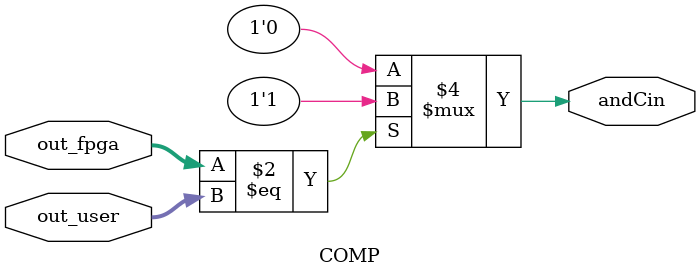
<source format=v>
/*	24/06/2024 feito por Richard 	
	COMP =
*/
module COMP(
	out_fpga,out_user,andCin
);

input wire [63:0] out_fpga,out_user;
output reg andCin;
	
always@(out_fpga or out_user)begin
if(out_fpga == out_user) andCin= 1'b1;
else andCin = 1'b0;

end
endmodule

</source>
